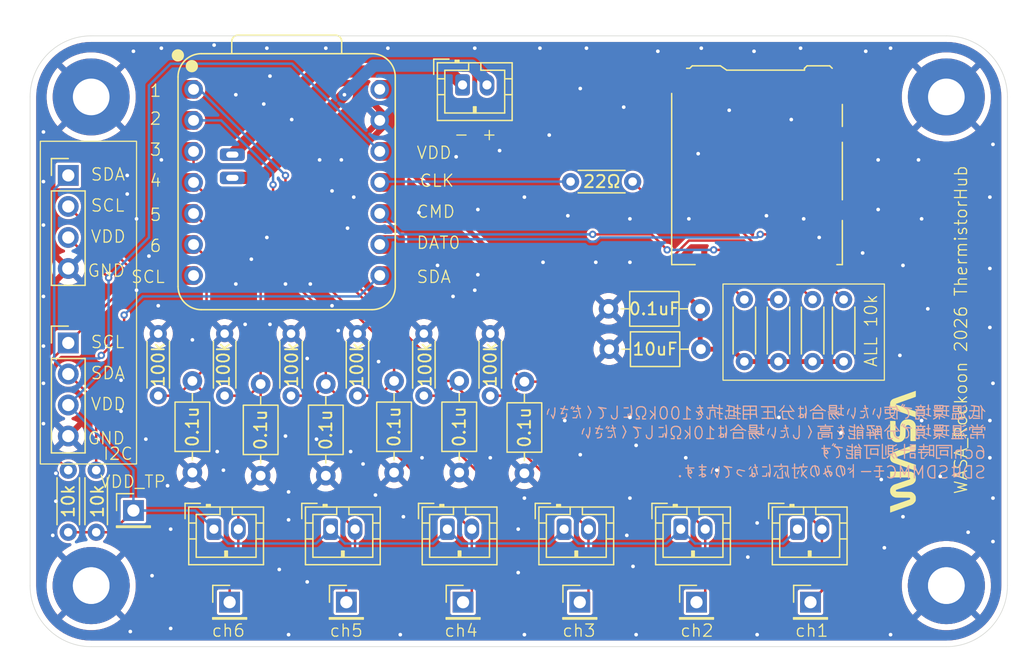
<source format=kicad_pcb>
(kicad_pcb (version 20241229) (generator "pcbnew") (generator_version "9.0")
  (layers (0 "F.Cu" signal) (2 "B.Cu" signal) (13 "F.Paste" user) (15 "B.Paste" user) (5 "F.SilkS" user "F.Silkscreen") (7 "B.SilkS" user "B.Silkscreen") (1 "F.Mask" user) (3 "B.Mask" user) (25 "Edge.Cuts" user))
  (net 0 "")
  (net 1 "VDD")
  (net 2 "/Thermistor/R_Thermistor6")
  (net 3 "Net-(A101-BAT-)")
  (net 4 "SDA")
  (net 5 "SCL")
  (net 6 "Net-(A101-BAT+)")
  (net 7 "/Thermistor/R_Thermistor5")
  (net 8 "/SD/CMD")
  (net 9 "/Thermistor/R_Thermistor4")
  (net 10 "/SD/DAT0")
  (net 11 "/Thermistor/R_Thermistor1")
  (net 12 "/Thermistor/R_Thermistor2")
  (net 13 "GND")
  (net 15 "/SD/CLK")
  (net 17 "/Thermistor/R_Thermistor3")
  (net 18 "Net-(J110-DAT3{slash}CD)")
  (net 20 "Net-(J110-DAT2)")
  (net 21 "Net-(J110-CLK)")
  (net 22 "Net-(J110-DAT1)")
  (footprint "Resistor_THT:R_Axial_DIN0204_L3.6mm_D1.6mm_P5.08mm_Horizontal" (layer "F.Cu") (at 166.594 105.664 90)
    (property "Reference" "R111" (hide yes))
    (property "Value" "10k")
  )
  (footprint "Capacitor_THT:C_Axial_L3.8mm_D2.6mm_P7.50mm_Horizontal" (layer "F.Cu") (at 124.206 115.002 90)
    (property "Reference" "C106" (hide yes))
    (property "Value" "0.1u")
  )
  (footprint "Connector_JST:JST_PH_B2B-PH-K_1x02_P2.00mm_Vertical" (layer "F.Cu") (at 124.599399 119.38)
    (property "Reference" "J105" (hide yes))
    (property "Value" "Thermistor5")
  )
  (footprint "Connector_PinHeader_2.54mm:PinHeader_1x01_P2.54mm_Vertical" (layer "F.Cu") (at 163.878867 125.36)
    (property "Reference" "TP102" (hide yes))
    (property "Value" "TestPoint" (hide yes))
  )
  (footprint "Connector_JST:JST_PH_B2B-PH-K_1x02_P2.00mm_Vertical" (layer "F.Cu") (at 162.814 119.38)
    (property "Reference" "J102" (hide yes))
    (property "Value" "Thermistor1")
  )
  (footprint "Resistor_THT:R_Axial_DIN0204_L3.6mm_D1.6mm_P5.08mm_Horizontal" (layer "F.Cu") (at 161.26 105.664 90)
    (property "Reference" "R110" (hide yes))
    (property "Value" "10k")
  )
  (footprint "" (layer "F.Cu") (at 175 84)
    (property "Reference" "")
    (property "Value" "")
  )
  (footprint "" (layer "F.Cu") (at 105 124)
    (property "Reference" "")
    (property "Value" "")
  )
  (footprint "Connector_JST:JST_PH_B2B-PH-K_1x02_P2.00mm_Vertical" (layer "F.Cu") (at 135.398 83.016)
    (property "Reference" "J101" (hide yes))
    (property "Value" "Battery")
  )
  (footprint "Connector_JST:JST_PH_B2B-PH-K_1x02_P2.00mm_Vertical" (layer "F.Cu") (at 153.262199 119.38)
    (property "Reference" "J104" (hide yes))
    (property "Value" "Thermistor2")
  )
  (footprint "Capacitor_THT:C_Axial_L3.8mm_D2.6mm_P7.50mm_Horizontal" (layer "F.Cu") (at 118.872 115.002 90)
    (property "Reference" "C102" (hide yes))
    (property "Value" "0.1u")
  )
  (footprint "Connector_JST:JST_PH_B2B-PH-K_1x02_P2.00mm_Vertical" (layer "F.Cu") (at 143.707932 119.38)
    (property "Reference" "J106" (hide yes))
    (property "Value" "Thermistor3")
  )
  (footprint "" (layer "F.Cu") (at 175 124)
    (property "Reference" "")
    (property "Value" "")
  )
  (footprint "Connector_PinHeader_2.54mm:PinHeader_1x01_P2.54mm_Vertical" (layer "F.Cu") (at 135.440533 125.36)
    (property "Reference" "TP112" (hide yes))
    (property "Value" "TestPoint" (hide yes))
  )
  (footprint "Capacitor_THT:C_Axial_L3.8mm_D2.6mm_P7.50mm_Horizontal" (layer "F.Cu") (at 113.284 114.748 90)
    (property "Reference" "C104" (hide yes))
    (property "Value" "0.1u")
  )
  (footprint "Resistor_THT:R_Axial_DIN0204_L3.6mm_D1.6mm_P5.08mm_Horizontal" (layer "F.Cu") (at 126.7968 108.458 90)
    (property "Reference" "R105" (hide yes))
    (property "Value" "100k")
  )
  (footprint "Resistor_THT:R_Axial_DIN0204_L3.6mm_D1.6mm_P5.08mm_Horizontal" (layer "F.Cu") (at 121.3612 108.458 90)
    (property "Reference" "R106" (hide yes))
    (property "Value" "100k")
  )
  (footprint "Connector_PinHeader_2.54mm:PinHeader_1x01_P2.54mm_Vertical" (layer "F.Cu") (at 144.9948 125.36)
    (property "Reference" "TP110" (hide yes))
    (property "Value" "TestPoint" (hide yes))
  )
  (footprint "Capacitor_THT:C_Axial_L3.8mm_D2.6mm_P7.50mm_Horizontal" (layer "F.Cu") (at 140.462 114.808 90)
    (property "Reference" "C101" (hide yes))
    (property "Value" "0.1u")
  )
  (footprint "Connector_PinHeader_2.54mm:PinHeader_1x01_P2.54mm_Vertical" (layer "F.Cu") (at 125.886267 125.36)
    (property "Reference" "TP104" (hide yes))
    (property "Value" "TestPoint" (hide yes))
  )
  (footprint "Capacitor_THT:C_Axial_L3.8mm_D2.6mm_P7.50mm_Horizontal" (layer "F.Cu") (at 135.128 114.748 90)
    (property "Reference" "C103" (hide yes))
    (property "Value" "0.1u")
  )
  (footprint "Resistor_THT:R_Axial_DIN0204_L3.6mm_D1.6mm_P5.08mm_Horizontal" (layer "F.Cu") (at 115.9256 108.458 90)
    (property "Reference" "R102" (hide yes))
    (property "Value" "100k")
  )
  (footprint "Resistor_THT:R_Axial_DIN0204_L3.6mm_D1.6mm_P5.08mm_Horizontal" (layer "F.Cu") (at 158.466 105.664 90)
    (property "Reference" "R107" (hide yes))
    (property "Value" "10k")
  )
  (footprint "Connector_JST:JST_PH_B2B-PH-K_1x02_P2.00mm_Vertical" (layer "F.Cu") (at 134.153666 119.38)
    (property "Reference" "J109" (hide yes))
    (property "Value" "Thermistor4")
  )
  (footprint "" (layer "F.Cu") (at 105 84)
    (property "Reference" "")
    (property "Value" "")
  )
  (footprint "" (layer "F.Cu") (at 175 124)
    (property "Reference" "")
    (property "Value" "")
  )
  (footprint "Resistor_THT:R_Axial_DIN0204_L3.6mm_D1.6mm_P5.08mm_Horizontal" (layer "F.Cu") (at 110.49 108.458 90)
    (property "Reference" "R104" (hide yes))
    (property "Value" "100k")
  )
  (footprint "Resistor_THT:R_Axial_DIN0204_L3.6mm_D1.6mm_P5.08mm_Horizontal" (layer "F.Cu") (at 105.41 119.634 90)
    (property "Reference" "R112" (hide yes))
    (property "Value" "10k")
  )
  (footprint "Resistor_THT:R_Axial_DIN0204_L3.6mm_D1.6mm_P5.08mm_Horizontal" (layer "F.Cu") (at 103.124 119.634 90)
    (property "Reference" "R113" (hide yes))
    (property "Value" "10k")
  )
  (footprint "Connector_PinHeader_2.54mm:PinHeader_1x04_P2.54mm_Vertical" (layer "F.Cu") (at 103.124 104.14)
    (property "Reference" "J112" (hide yes))
    (property "Value" "GVDC")
  )
  (footprint "Capacitor_THT:C_Axial_L3.8mm_D2.6mm_P7.50mm_Horizontal" (layer "F.Cu") (at 147.35 101.346)
    (property "Reference" "C108" (hide yes))
    (property "Value" "0.1uF")
  )
  (footprint "Resistor_THT:R_Axial_DIN0204_L3.6mm_D1.6mm_P5.08mm_Horizontal" (layer "F.Cu") (at 164.054 105.664 90)
    (property "Reference" "R108" (hide yes))
    (property "Value" "10k")
  )
  (footprint "Resistor_THT:R_Axial_DIN0204_L3.6mm_D1.6mm_P5.08mm_Horizontal" (layer "F.Cu") (at 137.668 108.458 90)
    (property "Reference" "R101" (hide yes))
    (property "Value" "100k")
  )
  (footprint "Capacitor_THT:C_Axial_L3.8mm_D2.6mm_P7.50mm_Horizontal" (layer "F.Cu") (at 129.794 114.748 90)
    (property "Reference" "C105" (hide yes))
    (property "Value" "0.1u")
  )
  (footprint "Capacitor_THT:C_Axial_L3.8mm_D2.6mm_P7.50mm_Horizontal" (layer "F.Cu") (at 147.41 104.648)
    (property "Reference" "C107" (hide yes))
    (property "Value" "10uF")
  )
  (footprint "Connector_PinHeader_2.54mm:PinHeader_1x01_P2.54mm_Vertical" (layer "F.Cu") (at 154.549066 125.36)
    (property "Reference" "TP106" (hide yes))
    (property "Value" "TestPoint" (hide yes))
  )
  (footprint "Connector_JST:JST_PH_B2B-PH-K_1x02_P2.00mm_Vertical" (layer "F.Cu") (at 115.045133 119.38)
    (property "Reference" "J108" (hide yes))
    (property "Value" "Thermistor6")
  )
  (footprint "Library:XIAO-ESP32S3-DIP" (layer "F.Cu") (at 121 91)
    (property "Reference" "A101" (hide yes))
    (property "Value" "~")
  )
  (footprint "Resistor_THT:R_Axial_DIN0204_L3.6mm_D1.6mm_P5.08mm_Horizontal" (layer "F.Cu") (at 144.242 90.932)
    (property "Reference" "R109" (hide yes))
    (property "Value" "22Ω")
  )
  (footprint "Connector_PinHeader_2.54mm:PinHeader_1x01_P2.54mm_Vertical" (layer "F.Cu") (at 108.458 117.856)
    (property "Reference" "TP101" (hide yes))
    (property "Value" "TestPoint")
  )
  (footprint "Library:wasa_10mm" (layer "F.Cu") (at 171.45 113.03 90)
    (property "Reference" "G***" (hide yes))
    (property "Value" "LOGO" (hide yes))
  )
  (footprint "Connector_PinHeader_2.54mm:PinHeader_1x01_P2.54mm_Vertical" (layer "F.Cu") (at 116.332 125.36)
    (property "Reference" "TP108" (hide yes))
    (property "Value" "TestPoint" (hide yes))
  )
  (footprint "Connector_PinHeader_2.54mm:PinHeader_1x04_P2.54mm_Vertical" (layer "F.Cu") (at 103.124 90.424)
    (property "Reference" "J111" (hide yes))
    (property "Value" "GVCD")
  )
  (footprint "Resistor_THT:R_Axial_DIN0204_L3.6mm_D1.6mm_P5.08mm_Horizontal" (layer "F.Cu") (at 132.2324 108.458 90)
    (property "Reference" "R103" (hide yes))
    (property "Value" "100k")
  )
  (footprint "" (layer "F.Cu") (at 105 124)
    (property "Reference" "")
    (property "Value" "")
  )
  (footprint "Connector_Card:microSD_HC_Hirose_DM3AT-SF-PEJM5" (layer "F.Cu") (at 159.512 89.841 180)
    (property "Reference" "J110" (hide yes))
    (property "Value" "Micro_SD_Card_Det_Hirose_DM3AT")
  )
  (gr_rect (start 156.718 99.314) (end 169.926 107.188) (stroke (width 0.1)) (fill no) (layer "F.SilkS"))
  (gr_rect (start 100.838 87.63) (end 108.712 114.046) (stroke (width 0.1)) (fill no) (layer "F.SilkS"))
  (gr_line (start 180 124) (end 180 84) (stroke (width 0.05)) (layer "Edge.Cuts"))
  (gr_line (start 175 79) (end 105 79) (stroke (width 0.05)) (layer "Edge.Cuts"))
  (gr_line (start 105 129) (end 175 129) (stroke (width 0.05)) (layer "Edge.Cuts"))
  (gr_line (start 100 84) (end 100 124) (stroke (width 0.05)) (layer "Edge.Cuts"))
  (gr_arc (start 105 129) (mid 101.464466 127.535534) (end 100 124) (stroke (width 0.05)) (layer "Edge.Cuts"))
  (gr_arc (start 175 79) (mid 178.535534 80.464466) (end 180 84) (stroke (width 0.05)) (layer "Edge.Cuts"))
  (gr_arc (start 180 124) (mid 178.535534 127.535534) (end 175 129) (stroke (width 0.05)) (layer "Edge.Cuts"))
  (gr_arc (start 100 84) (mid 101.464466 80.464466) (end 105 79) (stroke (width 0.05)) (layer "Edge.Cuts"))
  (gr_text "ch3" (at 143.51 128.27 0) (layer "F.SilkS") (effects (font (size 1 1) (thickness 0.1)) (justify left bottom)))
  (gr_text "1" (at 109.728 84.074 0) (layer "F.SilkS") (effects (font (size 1 1) (thickness 0.1)) (justify left bottom)))
  (gr_text "ch6" (at 114.808 128.27 0) (layer "F.SilkS") (effects (font (size 1 1) (thickness 0.1)) (justify left bottom)))
  (gr_text "CLK" (at 131.826 91.44 0) (layer "F.SilkS") (effects (font (size 1 1) (thickness 0.1)) (justify left bottom)))
  (gr_text "3" (at 109.728 88.9 0) (layer "F.SilkS") (effects (font (size 1 1) (thickness 0.1)) (justify left bottom)))
  (gr_text "DAT0" (at 131.572 96.52 0) (layer "F.SilkS") (effects (font (size 1 1) (thickness 0.1)) (justify left bottom)))
  (gr_text "SDA" (at 104.902 90.932 0) (layer "F.SilkS") (effects (font (size 1 1) (thickness 0.1)) (justify left bottom)))
  (gr_text "VDD" (at 104.902 96.012 0) (layer "F.SilkS") (effects (font (size 1 1) (thickness 0.1)) (justify left bottom)))
  (gr_text "ch5" (at 124.46 128.27 0) (layer "F.SilkS") (effects (font (size 1 1) (thickness 0.1)) (justify left bottom)))
  (gr_text "SCL" (at 104.902 93.472 0) (layer "F.SilkS") (effects (font (size 1 1) (thickness 0.1)) (justify left bottom)))
  (gr_text "-" (at 134.62 87.63 0) (layer "F.SilkS") (effects (font (size 1 1) (thickness 0.1)) (justify left bottom)))
  (gr_text "SDA" (at 104.902 107.188 0) (layer "F.SilkS") (effects (font (size 1 1) (thickness 0.1)) (justify left bottom)))
  (gr_text "+" (at 136.906 87.63 0) (layer "F.SilkS") (effects (font (size 1 1) (thickness 0.1)) (justify left bottom)))
  (gr_text "6" (at 109.728 96.774 0) (layer "F.SilkS") (effects (font (size 1 1) (thickness 0.1)) (justify left bottom)))
  (gr_text "4" (at 109.728 91.44 0) (layer "F.SilkS") (effects (font (size 1 1) (thickness 0.1)) (justify left bottom)))
  (gr_text "GND" (at 104.648 98.806 0) (layer "F.SilkS") (effects (font (size 1 1) (thickness 0.1)) (justify left bottom)))
  (gr_text "GND" (at 104.648 112.522 0) (layer "F.SilkS") (effects (font (size 1 1) (thickness 0.1)) (justify left bottom)))
  (gr_text "ch4" (at 133.858 128.27 0) (layer "F.SilkS") (effects (font (size 1 1) (thickness 0.1)) (justify left bottom)))
  (gr_text "5" (at 109.728 94.234 0) (layer "F.SilkS") (effects (font (size 1 1) (thickness 0.1)) (justify left bottom)))
  (gr_text "WASA_Rockoon 2026 ThermistorHub" (at 176.784 116.586 90) (layer "F.SilkS") (effects (font (size 1 1) (thickness 0.1)) (justify left bottom)))
  (gr_text "2" (at 109.728 86.36 0) (layer "F.SilkS") (effects (font (size 1 1) (thickness 0.1)) (justify left bottom)))
  (gr_text "CMD" (at 131.572 93.98 0) (layer "F.SilkS") (effects (font (size 1 1) (thickness 0.1)) (justify left bottom)))
  (gr_text "ALL 10k" (at 169.418 106.172 90) (layer "F.SilkS") (effects (font (size 1 1) (thickness 0.1)) (justify left bottom)))
  (gr_text "VDD" (at 104.902 109.728 0) (layer "F.SilkS") (effects (font (size 1 1) (thickness 0.1)) (justify left bottom)))
  (gr_text "ch2" (at 153.162 128.27 0) (layer "F.SilkS") (effects (font (size 1 1) (thickness 0.1)) (justify left bottom)))
  (gr_text "VDD_TP" (at 105.664 116.078 0) (layer "F.SilkS") (effects (font (size 1 1) (thickness 0.1)) (justify left bottom)))
  (gr_text "ch1\n" (at 162.56 128.27 0) (layer "F.SilkS") (effects (font (size 1 1) (thickness 0.1)) (justify left bottom)))
  (gr_text "SDA" (at 131.572 99.314 0) (layer "F.SilkS") (effects (font (size 1 1) (thickness 0.1)) (justify left bottom)))
  (gr_text "SCL" (at 104.902 104.648 0) (layer "F.SilkS") (effects (font (size 1 1) (thickness 0.1)) (justify left bottom)))
  (gr_text "VDD" (at 131.572 89.154 0) (layer "F.SilkS") (effects (font (size 1 1) (thickness 0.1)) (justify left bottom)))
  (gr_text "SCL" (at 108.204 99.314 0) (layer "F.SilkS") (effects (font (size 1 1) (thickness 0.1)) (justify left bottom)))
  (gr_text "I2C" (at 105.918 113.792 0) (layer "F.SilkS") (effects (font (size 1 1) (thickness 0.1)) (justify left bottom)))
  (gr_text "低温環境で使いたい場合は分圧用抵抗を100kΩにしてください\n常温環境で分解能を高くしたい場合は10kΩにしてください\n6ch同時計測可能です\nSDはSDMMCモードのみの対応になっています．\n" (at 178.308 115.316 0) (layer "B.SilkS") (effects (font (size 1 1) (thickness 0.1)) (justify left bottom mirror)))
  (segment (start 157.45 104.648) (end 158.466 105.664) (width 0.4) (layer "F.Cu") (net 1))
  (segment (start 154.91 104.648) (end 157.45 104.648) (width 0.4) (layer "F.Cu") (net 1))
  (segment (start 164.054 105.664) (end 166.594 105.664) (width 0.4) (layer "F.Cu") (net 1))
  (segment (start 106.68 119.634) (end 103.124 119.634) (width 0.2) (layer "F.Cu") (net 1))
  (segment (start 152.564 99.06) (end 154.85 101.346) (width 0.4) (layer "F.Cu") (net 1))
  (segment (start 150.622 99.06) (end 153.924 95.758) (width 0.2) (layer "F.Cu") (net 1))
  (segment (start 140.055 99.06) (end 129.455 88.46) (width 0.4) (layer "F.Cu") (net 1))
  (segment (start 108.458 117.856) (end 106.68 119.634) (width 0.2) (layer "F.Cu") (net 1))
  (segment (start 158.4369 95.758) (end 159.0919 96.413) (width 0.2) (layer "F.Cu") (net 1))
  (segment (start 153.924 95.758) (end 158.4369 95.758) (width 0.2) (layer "F.Cu") (net 1))
  (segment (start 160.037 97.114) (end 160.037 97.566) (width 0.2) (layer "F.Cu") (net 1))
  (segment (start 159.0919 96.413) (end 159.336 96.413) (width 0.2) (layer "F.Cu") (net 1))
  (segment (start 150.622 99.06) (end 140.055 99.06) (width 0.4) (layer "F.Cu") (net 1))
  (segment (start 161.26 105.664) (end 164.054 105.664) (width 0.4) (layer "F.Cu") (net 1))
  (segment (start 154.85 104.588) (end 154.91 104.648) (width 0.4) (layer "F.Cu") (net 1))
  (segment (start 105.41 119.634) (end 105.664 119.634) (width 0.2) (layer "F.Cu") (net 1))
  (segment (start 159.336 96.413) (end 160.037 97.114) (width 0.2) (layer "F.Cu") (net 1))
  (segment (start 150.622 99.06) (end 152.564 99.06) (width 0.4) (layer "F.Cu") (net 1))
  (segment (start 103.124 95.504) (end 106.426 98.806) (width 0.2) (layer "F.Cu") (net 1))
  (segment (start 154.85 101.346) (end 154.85 104.588) (width 0.4) (layer "F.Cu") (net 1))
  (segment (start 158.466 105.664) (end 161.26 105.664) (width 0.4) (layer "F.Cu") (net 1))
  (via (at 106.426 98.806) (size 0.6) (drill 0.3) (layers "F.Cu" "B.Cu") (net 1))
  (segment (start 135.329666 120.556) (end 142.531932 120.556) (width 0.2) (layer "B.Cu") (net 1))
  (segment (start 123.423399 120.556) (end 124.599399 119.38) (width 0.2) (layer "B.Cu") (net 1))
  (segment (start 142.531932 120.556) (end 143.707932 119.38) (width 0.2) (layer "B.Cu") (net 1))
  (segment (start 106.426 98.806) (end 109.728 95.504) (width 0.2) (layer "B.Cu") (net 1))
  (segment (start 103.124 109.22) (end 108.458 114.554) (width 0.2) (layer "B.Cu") (net 1))
  (segment (start 153.262199 119.38) (end 154.438199 120.556) (width 0.2) (layer "B.Cu") (net 1))
  (segment (start 144.883932 120.556) (end 152.086199 120.556) (width 0.2) (layer "B.Cu") (net 1))
  (segment (start 152.086199 120.556) (end 153.262199 119.38) (width 0.2) (layer "B.Cu") (net 1))
  (segment (start 121.44 81.28) (end 128.62 88.46) (width 0.2) (layer "B.Cu") (net 1))
  (segment (start 108.458 114.554) (end 108.458 117.856) (width 0.2) (layer "B.Cu") (net 1))
  (segment (start 154.438199 120.556) (end 161.638 120.556) (width 0.2) (layer "B.Cu") (net 1))
  (segment (start 132.977666 120.556) (end 134.153666 119.38) (width 0.2) (layer "B.Cu") (net 1))
  (segment (start 113.521133 117.856) (end 115.045133 119.38) (width 0.2) (layer "B.Cu") (net 1))
  (segment (start 106.426 98.806) (end 106.426 105.918) (width 0.2) (layer "B.Cu") (net 1))
  (segment (start 161.638 120.556) (end 162.814 119.38) (width 0.2) (layer "B.Cu") (net 1))
  (segment (start 116.221133 120.556) (end 123.423399 120.556) (width 0.2) (layer "B.Cu") (net 1))
  (segment (start 106.426 105.918) (end 103.124 109.22) (width 0.2) (layer "B.Cu") (net 1))
  (segment (start 109.728 83.058) (end 111.506 81.28) (width 0.2) (layer "B.Cu") (net 1))
  (segment (start 124.599399 119.38) (end 125.775399 120.556) (width 0.2) (layer "B.Cu") (net 1))
  (segment (start 108.458 117.856) (end 113.521133 117.856) (width 0.2) (layer "B.Cu") (net 1))
  (segment (start 143.707932 119.38) (end 144.883932 120.556) (width 0.2) (layer "B.Cu") (net 1))
  (segment (start 115.045133 119.38) (end 116.221133 120.556) (width 0.2) (layer "B.Cu") (net 1))
  (segment (start 109.728 95.504) (end 109.728 83.058) (width 0.2) (layer "B.Cu") (net 1))
  (segment (start 111.506 81.28) (end 121.44 81.28) (width 0.2) (layer "B.Cu") (net 1))
  (segment (start 134.153666 119.38) (end 135.329666 120.556) (width 0.2) (layer "B.Cu") (net 1))
  (segment (start 125.775399 120.556) (end 132.977666 120.556) (width 0.2) (layer "B.Cu") (net 1))
  (segment (start 117.045133 111.009133) (end 113.284 107.248) (width 0.2) (layer "F.Cu") (net 2))
  (segment (start 113.284 107.248) (end 114.443 106.089) (width 0.2) (layer "F.Cu") (net 2))
  (segment (start 117.045133 121.617133) (end 117.045133 119.38) (width 0.2) (layer "F.Cu") (net 2))
  (segment (start 117.045133 119.38) (end 117.045133 111.009133) (width 0.2) (layer "F.Cu") (net 2))
  (segment (start 112.074 108.458) (end 113.284 107.248) (width 0.2) (layer "F.Cu") (net 2))
  (segment (start 116.332 125.36) (end 116.332 122.428) (width 0.2) (layer "F.Cu") (net 2))
  (segment (start 114.443 97.143) (end 113.38 96.08) (width 0.2) (layer "F.Cu") (net 2))
  (segment (start 117.094 121.666) (end 117.045133 121.617133) (width 0.2) (layer "F.Cu") (net 2))
  (segment (start 114.443 106.089) (end 114.443 97.143) (width 0.2) (layer "F.Cu") (net 2))
  (segment (start 116.332 122.428) (end 117.094 121.666) (width 0.2) (layer "F.Cu") (net 2))
  (segment (start 110.49 108.458) (end 112.074 108.458) (width 0.2) (layer "F.Cu") (net 2))
  (segment (start 123.359542 81.917) (end 134.299 81.917) (width 1) (layer "F.Cu") (net 3))
  (segment (start 116.553987 88.722555) (end 123.359542 81.917) (width 1) (layer "F.Cu") (net 3))
  (segment (start 134.299 81.917) (end 135.398 83.016) (width 1) (layer "F.Cu") (net 3))
  (segment (start 107.696 103.286) (end 107.696 101.854) (width 0.2) (layer "F.Cu") (net 4))
  (segment (start 105.41 114.554) (end 105.41 108.966) (width 0.2) (layer "F.Cu") (net 4))
  (segment (start 105.41 108.966) (end 103.124 106.68) (width 0.2) (layer "F.Cu") (net 4))
  (segment (start 105.826 105.156) (end 107.696 103.286) (width 0.2) (layer "F.Cu") (net 4))
  (via (at 107.696 101.854) (size 0.6) (drill 0.3) (layers "F.Cu" "B.Cu") (net 4))
  (via (at 105.826 105.156) (size 0.6) (drill 0.3) (layers "F.Cu" "B.Cu") (net 4))
  (segment (start 101.973 105.529) (end 101.973 91.575) (width 0.2) (layer "B.Cu") (net 4))
  (segment (start 104.394 105.41) (end 105.664 105.41) (width 0.2) (layer "B.Cu") (net 4))
  (segment (start 103.124 106.68) (end 101.973 105.529) (width 0.2) (layer "B.Cu") (net 4))
  (segment (start 101.973 91.575) (end 103.124 90.424) (width 0.2) (layer "B.Cu") (net 4))
  (segment (start 126.91 100.33) (end 128.62 98.62) (width 0.2) (layer "B.Cu") (net 4))
  (segment (start 107.696 101.854) (end 109.22 100.33) (width 0.2) (layer "B.Cu") (net 4))
  (segment (start 109.22 100.33) (end 126.91 100.33) (width 0.2) (layer "B.Cu") (net 4))
  (segment (start 103.124 106.68) (end 104.394 105.41) (width 0.2) (layer "B.Cu") (net 4))
  (segment (start 105.664 105.41) (end 105.826 105.248) (width 0.2) (layer "B.Cu") (net 4))
  (segment (start 105.826 105.248) (end 105.826 105.156) (width 0.2) (layer "B.Cu") (net 4))
  (segment (start 108.78 98.62) (end 103.124 92.964) (width 0.2) (layer "F.Cu") (net 5))
  (segment (start 108.644 98.62) (end 103.124 104.14) (width 0.2) (layer "F.Cu") (net 5))
  (segment (start 113.38 98.62) (end 108.78 98.62) (width 0.2) (layer "F.Cu") (net 5))
  (segment (start 101.643 113.073) (end 101.643 105.621) (width 0.2) (layer "F.Cu") (net 5))
  (segment (start 101.643 105.621) (end 103.124 104.14) (width 0.2) (layer "F.Cu") (net 5))
  (segment (start 103.124 114.554) (end 101.643 113.073) (width 0.2) (layer "F.Cu") (net 5))
  (segment (start 113.38 98.62) (end 108.644 98.62) (width 0.2) (layer "F.Cu") (net 5))
  (segment (start 118.922445 90.627555) (end 125.73 83.82) (width 1) (layer "F.Cu") (net 6))
  (segment (start 116.553987 90.627555) (end 118.922445 90.627555) (width 1) (layer "F.Cu") (net 6))
  (via (at 125.73 83.82) (size 0.6) (drill 0.3) (layers "F.Cu" "B.Cu") (net 6))
  (segment (start 125.73 83.82) (end 128.11 81.44) (width 1) (layer "B.Cu") (net 6))
  (segment (start 128.11 81.44) (end 136.148844 81.44) (width 1) (layer "B.Cu") (net 6))
  (segment (start 136.148844 81.44) (end 137.398 82.689156) (width 1) (layer "B.Cu") (net 6))
  (segment (start 137.398 82.689156) (end 137.398 83.016) (width 1) (layer "B.Cu") (net 6))
  (segment (start 126.599399 121.812601) (end 126.599399 119.38) (width 0.2) (layer "F.Cu") (net 7))
  (segment (start 118.872 111.652601) (end 118.872 107.502) (width 0.2) (layer "F.Cu") (net 7))
  (segment (start 118.872 99.032) (end 113.38 93.54) (width 0.2) (layer "F.Cu") (net 7))
  (segment (start 125.886267 125.36) (end 125.886267 122.525733) (width 0.2) (layer "F.Cu") (net 7))
  (segment (start 117.916 108.458) (end 118.872 107.502) (width 0.2) (layer "F.Cu") (net 7))
  (segment (start 125.886267 122.525733) (end 126.599399 121.812601) (width 0.2) (layer "F.Cu") (net 7))
  (segment (start 115.9256 108.458) (end 117.916 108.458) (width 0.2) (layer "F.Cu") (net 7))
  (segment (start 118.872 107.502) (end 118.872 99.032) (width 0.2) (layer "F.Cu") (net 7))
  (segment (start 126.599399 119.38) (end 118.872 111.652601) (width 0.2) (layer "F.Cu") (net 7))
  (segment (start 163.038 99.568) (end 160.274 99.568) (width 0.2) (layer "F.Cu") (net 8))
  (segment (start 164.054 100.584) (end 163.038 99.568) (width 0.2) (layer "F.Cu") (net 8))
  (segment (start 158.937 97.566) (end 158.937 98.231) (width 0.2) (layer "F.Cu") (net 8))
  (segment (start 152.146 96.52) (end 150.876 95.25) (width 0.2) (layer "F.Cu") (net 8))
  (segment (start 158.937 97.114) (end 158.937 97.566) (width 0.2) (layer "F.Cu") (net 8))
  (segment (start 158.343 96.52) (end 158.937 97.114) (width 0.2) (layer "F.Cu") (net 8))
  (segment (start 158.937 98.231) (end 160.274 99.568) (width 0.2) (layer "F.Cu") (net 8))
  (segment (start 155.956 96.52) (end 158.343 96.52) (width 0.2) (layer "F.Cu") (net 8))
  (segment (start 150.876 95.25) (end 146.05 95.25) (width 0.2) (layer "F.Cu") (net 8))
  (via (at 155.956 96.52) (size 0.6) (drill 0.3) (layers "F.Cu" "B.Cu") (net 8))
  (via (at 146.05 95.25) (size 0.6) (drill 0.3) (layers "F.Cu" "B.Cu") (net 8))
  (via (at 152.146 96.52) (size 0.6) (drill 0.3) (layers "F.Cu" "B.Cu") (net 8))
  (segment (start 130.33 95.25) (end 146.05 95.25) (width 0.2) (layer "B.Cu") (net 8))
  (segment (start 152.146 96.52) (end 155.956 96.52) (width 0.2) (layer "B.Cu") (net 8))
  (segment (start 128.62 93.54) (end 130.33 95.25) (width 0.2) (layer "B.Cu") (net 8))
  (segment (start 124.206 107.502) (end 136.084 119.38) (width 0.2) (layer "F.Cu") (net 9))
  (segment (start 136.153666 119.38) (end 136.153666 124.646867) (width 0.2) (layer "F.Cu") (net 9))
  (segment (start 136.084 119.38) (end 136.153666 119.38) (width 0.2) (layer "F.Cu") (net 9))
  (segment (start 121.3612 108.458) (end 123.25 108.458) (width 0.2) (layer "F.Cu") (net 9))
  (segment (start 136.153666 124.646867) (end 135.440533 125.36) (width 0.2) (layer "F.Cu") (net 9))
  (segment (start 123.25 108.458) (end 124.206 107.502) (width 0.2) (layer "F.Cu") (net 9))
  (segment (start 124.206 107.502) (end 124.206 101.826) (width 0.2) (layer "F.Cu") (net 9))
  (segment (start 124.206 101.826) (end 113.38 91) (width 0.2) (layer "F.Cu") (net 9))
  (segment (start 163.337 97.114) (end 161.473 95.25) (width 0.2) (layer "F.Cu") (net 10))
  (segment (start 161.473 95.25) (end 159.766 95.25) (width 0.2) (layer "F.Cu") (net 10))
  (segment (start 163.337 97.566) (end 163.337 97.114) (width 0.2) (layer "F.Cu") (net 10))
  (via (at 159.766 95.25) (size 0.6) (drill 0.3) (layers "F.Cu" "B.Cu") (net 10))
  (segment (start 146.298943 95.851) (end 145.801057 95.851) (width 0.2) (layer "B.Cu") (net 10))
  (segment (start 159.512 95.504) (end 146.645943 95.504) (width 0.2) (layer "B.Cu") (net 10))
  (segment (start 159.766 95.25) (end 159.512 95.504) (width 0.2) (layer "B.Cu") (net 10))
  (segment (start 130.1639 95.651) (end 130.0169 95.504) (width 0.2) (layer "B.Cu") (net 10))
  (segment (start 146.645943 95.504) (end 146.298943 95.851) (width 0.2) (layer "B.Cu") (net 10))
  (segment (start 145.601057 95.651) (end 130.1639 95.651) (width 0.2) (layer "B.Cu") (net 10))
  (segment (start 145.801057 95.851) (end 145.601057 95.651) (width 0.2) (layer "B.Cu") (net 10))
  (segment (start 129.196 95.504) (end 128.62 96.08) (width 0.2) (layer "B.Cu") (net 10))
  (segment (start 130.0169 95.504) (end 129.196 95.504) (width 0.2) (layer "B.Cu") (net 10))
  (segment (start 164.814 124.424867) (end 163.878867 125.36) (width 0.2) (layer "F.Cu") (net 11))
  (segment (start 120.904 93.579) (end 120.904 90.424) (width 0.2) (layer "F.Cu") (net 11))
  (segment (start 164.814 119.38) (end 164.814 124.424867) (width 0.2) (layer "F.Cu") (net 11))
  (segment (start 132.081372 104.756372) (end 120.904 93.579) (width 0.2) (layer "F.Cu") (net 11))
  (segment (start 140.462 107.308) (end 152.742 107.308) (width 0.2) (layer "F.Cu") (net 11))
  (segment (start 139.312 108.458) (end 140.462 107.308) (width 0.2) (layer "F.Cu") (net 11))
  (segment (start 152.742 107.308) (end 164.814 119.38) (width 0.2) (layer "F.Cu") (net 11))
  (segment (start 137.910372 104.756372) (end 132.081372 104.756372) (width 0.2) (layer "F.Cu") (net 11))
  (segment (start 137.668 108.458) (end 139.312 108.458) (width 0.2) (layer "F.Cu") (net 11))
  (segment (start 140.462 107.308) (end 137.910372 104.756372) (width 0.2) (layer "F.Cu") (net 11))
  (via (at 120.904 90.424) (size 0.6) (drill 0.3) (layers "F.Cu" "B.Cu") (net 11))
  (segment (start 120.904 90.424) (end 113.86 83.38) (width 0.2) (layer "B.Cu") (net 11))
  (segment (start 113.86 83.38) (end 113.38 83.38) (width 0.2) (layer "B.Cu") (net 11))
  (segment (start 145.41505 118.204) (end 154.086199 118.204) (width 0.2) (layer "F.Cu") (net 12))
  (segment (start 133.99663 107.248) (end 119.888 93.13937) (width 0.2) (layer "F.Cu") (net 12))
  (segment (start 155.262199 124.646867) (end 154.549066 125.36) (width 0.2) (layer "F.Cu") (net 12))
  (segment (start 119.888 93.13937) (end 119.888 91.186) (width 0.2) (layer "F.Cu") (net 12))
  (segment (start 155.262199 119.38) (end 155.262199 124.646867) (width 0.2) (layer "F.Cu") (net 12))
  (segment (start 135.128 107.248) (end 135.128 107.91695) (width 0.2) (layer "F.Cu") (net 12))
  (segment (start 154.086199 118.204) (end 155.262199 119.38) (width 0.2) (layer "F.Cu") (net 12))
  (segment (start 135.128 107.248) (end 133.99663 107.248) (width 0.2) (layer "F.Cu") (net 12))
  (segment (start 135.128 107.91695) (end 145.41505 118.204) (width 0.2) (layer "F.Cu") (net 12))
  (segment (start 134.172 108.204) (end 134.112 108.204) (width 0.2) (layer "F.Cu") (net 12))
  (segment (start 135.128 107.248) (end 134.172 108.204) (width 0.2) (layer "F.Cu") (net 12))
  (segment (start 134.112 108.204) (end 133.858 108.458) (width 0.2) (layer "F.Cu") (net 12))
  (segment (start 133.858 108.458) (end 132.2324 108.458) (width 0.2) (layer "F.Cu") (net 12))
  (via (at 119.888 91.186) (size 0.6) (drill 0.3) (layers "F.Cu" "B.Cu") (net 12))
  (segment (start 119.888 91.186) (end 119.888 90.17) (width 0.2) (layer "B.Cu") (net 12))
  (segment (start 119.888 90.17) (end 115.638 85.92) (width 0.2) (layer "B.Cu") (net 12))
  (segment (start 115.638 85.92) (end 113.38 85.92) (width 0.2) (layer "B.Cu") (net 12))
  (via (at 149.098 110.236) (size 0.5) (drill 0.3) (layers "F.Cu" "B.Cu") (net 13))
  (via (at 118.11 97.282) (size 0.5) (drill 0.3) (layers "F.Cu" "B.Cu") (net 13))
  (via (at 119.634 82.296) (size 0.5) (drill 0.3) (layers "F.Cu" "B.Cu") (net 13))
  (via (at 178.816 107.442) (size 0.5) (drill 0.3) (layers "F.Cu" "B.Cu") (net 13))
  (via (at 130.556 118.364) (size 0.5) (drill 0.3) (layers "F.Cu" "B.Cu") (net 13))
  (via (at 149.098 93.98) (size 0.5) (drill 0.3) (layers "F.Cu" "B.Cu") (net 13))
  (via (at 107.442 109.728) (size 0.5) (drill 0.3) (layers "F.Cu" "B.Cu") (net 13))
  (via (at 169.672 115.316) (size 0.5) (drill 0.3) (layers "F.Cu" "B.Cu") (net 13))
  (via (at 121.158 116.332) (size 0.5) (drill 0.3) (layers "F.Cu" "B.Cu") (net 13))
  (via (at 149.098 97.536) (size 0.5) (drill 0.3) (layers "F.Cu" "B.Cu") (net 13))
  (via (at 108.712 93.98) (size 0.5) (drill 0.3) (layers "F.Cu" "B.Cu") (net 13))
  (via (at 137.668 113.538) (size 0.5) (drill 0.3) (layers "F.Cu" "B.Cu") (net 13))
  (via (at 149.606 112.522) (size 0.5) (drill 0.3) (layers "F.Cu" "B.Cu") (net 13))
  (via (at 140.462 92.202) (size 0.5) (drill 0.3) (layers "F.Cu" "B.Cu") (net 13))
  (via (at 121.158 118.618) (size 0.5) (drill 0.3) (layers "F.Cu" "B.Cu") (net 13))
  (via (at 169.418 93.218) (size 0.5) (drill 0.3) (layers "F.Cu" "B.Cu") (net 13))
  (via (at 166.37 111.506) (size 0.5) (drill 0.3) (layers "F.Cu" "B.Cu") (net 13))
  (via (at 101.092 90.932) (size 0.5) (drill 0.3) (layers "F.Cu" "B.Cu") (net 13))
  (via (at 171.196 105.156) (size 0.5) (drill 0.3) (layers "F.Cu" "B.Cu") (net 13))
  (via (at 110.744 80.01) (size 0.5) (drill 0.3) (layers "F.Cu" "B.Cu") (net 13))
  (via (at 172.974 93.98) (size 0.5) (drill 0.3) (layers "F.Cu" "B.Cu") (net 13))
  (via (at 101.092 100.33) (size 0.5) (drill 0.3) (layers "F.Cu" "B.Cu") (net 13))
  (via (at 101.092 94.488) (size 0.5) (drill 0.3) (layers "F.Cu" "B.Cu") (net 13))
  (via (at 143.764 110.49) (size 0.5) (drill 0.3) (layers "F.Cu" "B.Cu") (net 13))
  (via (at 101.092 104.394) (size 0.5) (drill 0.3) (layers "F.Cu" "B.Cu") (net 13))
  (via (at 178.562 110.49) (size 0.5) (drill 0.3) (layers "F.Cu" "B.Cu") (net 13))
  (via (at 151.384 80.264) (size 0.5) (drill 0.3) (layers "F.Cu" "B.Cu") (net 13))
  (via (at 126.238 113.03) (size 0.5) (drill 0.3) (layers "F.Cu" "B.Cu") (net 13))
  (via (at 113.284 103.886) (size 0.5) (drill 0.3) (layers "F.Cu" "B.Cu") (net 13))
  (via (at 111.506 119.38) (size 0.5) (drill 0.3) (layers "F.Cu" "B.Cu") (net 13))
  (via (at 178.816 87.884) (size 0.5) (drill 0.3) (layers "F.Cu" "B.Cu") (net 13))
  (via (at 149.098 116.84) (size 0.5) (drill 0.3) (layers "F.Cu" "B.Cu") (net 13))
  (via (at 132.08 113.538) (size 0.5) (drill 0.3) (layers "F.Cu" "B.Cu") (net 13))
  (via (at 109.474 112.014) (size 0.5) (drill 0.3) (layers "F.Cu" "B.Cu") (net 13))
  (via (at 142.494 87.122) (size 0.5) (drill 0.3) (layers "F.Cu" "B.Cu") (net 13))
  (via (at 158.75 121.666) (size 0.5) (drill 0.3) (layers "F.Cu" "B.Cu") (net 13))
  (via (at 125.476 89.154) (size 0.5) (drill 0.3) (layers "F.Cu" "B.Cu") (net 13))
  (via (at 168.402 80.264) (size 0.5) (drill 0.3) (layers "F.Cu" "B.Cu") (net 13))
  (via (at 136.398 99.822) (size 0.5) (drill 0.3) (layers "F.Cu" "B.Cu") (net 13))
  (via (at 170.434 128.016) (size 0.5) (drill 0.3) (layers "F.Cu" "B.Cu") (net 13))
  (via (at 101.092 107.442) (size 0.5) (drill 0.3) (layers "F.Cu" "B.Cu") (net 13))
  (via (at 127.254 114.046) (size 0.5) (drill 0.3) (layers "F.Cu" "B.Cu") (net 13))
  (via (at 148.59 84.836) (size 0.5) (drill 0.3) (layers "F.Cu" "B.Cu") (net 13))
  (via (at 140.462 116.84) (size 0.5) (drill 0.3) (layers "F.Cu" "B.Cu") (net 13))
  (via (at 129.286 80.01) (size 0.5) (drill 0.3) (layers "F.Cu" "B.Cu") (net 13))
  (via (at 156.21 114.554) (size 0.5) (drill 0.3) (layers "F.Cu" "B.Cu") (net 13))
  (via (at 145.034 113.284) (size 0.5) (drill 0.3) (layers "F.Cu" "B.Cu") (net 13))
  (via (at 178.562 102.87) (size 0.5) (drill 0.3) (layers "F.Cu" "B.Cu") (net 13))
  (via (at 102.108 117.094) (size 0.5) (drill 0.3) (layers "F.Cu" "B.Cu") (net 13))
  (via (at 111.506 127.508) (size 0.5) (drill 0.3) (layers "F.Cu" "B.Cu") (net 13))
  (via (at 174.498 115.062) (size 0.5) (drill 0.3) (layers "F.Cu" "B.Cu") (net 13))
  (via (at 178.816 120.396) (size 0.5) (drill 0.3) (layers "F.Cu" "B.Cu") (net 13))
  (via (at 116.84 83.82) (size 0.5) (drill 0.3) (layers "F.Cu" "B.Cu") (net 13))
  (via (at 116.84 99.314) (size 0.5) (drill 0.3) (layers "F.Cu" "B.Cu") (net 13))
  (via (at 117.602 102.616) (size 0.5) (drill 0.3) (layers "F.Cu" "B.Cu") (net 13))
  (via (at 163.322 93.98) (size 0.5) (drill 0.3) (layers "F.Cu" "B.Cu") (net 13))
  (via (at 119.634 102.616) (size 0.5) (drill 0.3) (layers "F.Cu" "B.Cu") (net 13))
  (via (at 130.302 128.016) (size 0.5) (drill 0.3) (layers "F.Cu" "B.Cu") (net 13))
  (via (at 124.714 91.694) (size 0.5) (drill 0.3) (layers "F.Cu" "B.Cu") (net 13))
  (via (at 171.45 118.364) (size 0.5) (drill 0.3) (layers "F.Cu" "B.Cu") (net 13))
  (via (at 128.524 105.664) (size 0.5) (drill 0.3) (layers "F.Cu" "B.Cu") (net 13))
  (via (at 139.954 122.936) (size 0.5) (drill 0.3) (layers "F.Cu" "B.Cu") (net 13))
  (via (at 119.126 84.582) (size 0.5) (drill 0.3) (layers "F.Cu" "B.Cu") (net 13))
  (via (at 176.784 119.634) (size 0.5) (drill 0.3) (layers "F.Cu" "B.Cu") (net 13))
  (via (at 136.398 80.01) (size 0.5) (drill 0.3) (layers "F.Cu" "B.Cu") (net 13))
  (via (at 160.274 93.726) (size 0.5) (drill 0.3) (layers "F.Cu" "B.Cu") (net 13))
  (via (at 141.732 80.01) (size 0.5) (drill 0.3) (layers "F.Cu" "B.Cu") (net 13))
  (via (at 149.606 128.016) (size 0.5) (drill 0.3) (layers "F.Cu" "B.Cu") (net 13))
  (via (at 134.874 88.9) (size 0.5) (drill 0.3) (layers "F.Cu" "B.Cu") (net 13))
  (via (at 141.986 97.536) (size 0.5) (drill 0.3) (layers "F.Cu" "B.Cu") (net 13))
  (via (at 172.72 89.154) (size 0.5) (drill 0.3) (layers "F.Cu" "B.Cu") (net 13))
  (via (at 139.954 119.38) (size 0.5) (drill 0.3) (layers "F.Cu" "B.Cu") (net 13))
  (via (at 153.924 93.98) (size 0.5) (drill 0.3) (layers "F.Cu" "B.Cu") (net 13))
  (via (at 101.854 119.888) (size 0.5) (drill 0.3) (layers "F.Cu" "B.Cu") (net 13))
  (via (at 157.226 85.09) (size 0.5) (drill 0.3) (layers "F.Cu" "B.Cu") (net 13))
  (via (at 159.512 128.016) (size 0.5) (drill 0.3) (layers "F.Cu" "B.Cu") (net 13))
  (via (at 171.45 97.79) (size 0.5) (drill 0.3) (layers "F.Cu" "B.Cu") (net 13))
  (via (at 136.652 93.218) (size 0.5) (drill 0.3) (layers "F.Cu" "B.Cu") (net 13))
  (via (at 101.092 86.868) (size 0.5) (drill 0.3) (layers "F.Cu" "B.Cu") (net 13))
  (via (at 131.826 93.472) (size 0.5) (drill 0.3) (layers "F.Cu" "B.Cu") (net 13))
  (via (at 101.092 110.744) (size 0.5) (drill 0.3) (layers "F.Cu" "B.Cu") (net 13))
  (via (at 120.396 122.682) (size 0.5) (drill 0.3) (layers "F.Cu" "B.Cu") (net 13))
  (via (at 134.62 100.33) (size 0.5) (drill 0.3) (layers "F.Cu" "B.Cu") (net 13))
  (via (at 120.904 111.76) (size 0.5) (drill 0.3) (layers "F.Cu" "B.Cu") (net 13))
  (via (at 119.38 95.504) (size 0.5) (drill 0.3) (layers "F.Cu" "B.Cu") (net 13))
  (via (at 146.304 97.536) (size 0.5) (drill 0.3) (layers "F.Cu" "B.Cu") (net 13))
  (via (at 136.652 98.552) (size 0.5) (drill 0.3) (layers "F.Cu" "B.Cu") (net 13))
  (via (at 110.744 89.154) (size 0.5) (drill 0.3) (layers "F.Cu" "B.Cu") (net 13))
  (via (at 144.018 93.726) (size 0.5) (drill 0.3) (layers "F.Cu" "B.Cu") (net 13))
  (via (at 111.252 115.824) (size 0.5) (drill 0.3) (layers "F.Cu" "B.Cu") (net 13))
  (via (at 163.068 80.01) (size 0.5) (drill 0.3) (layers "F.Cu" "B.Cu") (net 13))
  (via (at 128.27 116.586) (size 0.5) (drill 0.3) (layers "F.Cu" "B.Cu") (net 13))
  (via (at 178.562 92.202) (size 0.5) (drill 0.3) (layers "F.Cu" "B.Cu") (net 13))
  (via (at 162.306 85.852) (size 0.5) (drill 0.3) (layers "F.Cu" "B.Cu") (net 13))
  (via (at 120.904 99.314) (size 0.5) (drill 0.3) (layers "F.Cu" "B.Cu") (net 13))
  (via (at 115.824 114.554) (size 0.5) (drill 0.3) (layers "F.Cu" "B.Cu") (net 13))
  (via (at 122.682 105.41) (size 0.5) (drill 0.3) (layers "F.Cu" "B.Cu") (net 13))
  (via (at 109.982 123.19) (size 0.5) (drill 0.3) (layers "F.Cu" "B.Cu") (net 13))
  (via (at 107.95 91.948) (size 0.5) (drill 0.3) (layers "F.Cu" "B.Cu") (net 13))
  (via (at 149.352 122.428) (size 0.5) (drill 0.3) (layers "F.Cu" "B.Cu") (net 13))
  (via (at 108.712 99.822) (size 0.5) (drill 0.3) (layers "F.Cu" "B.Cu") (net 13))
  (via (at 125.984 94.742) (size 0.5) (drill 0.3) (layers "F.Cu" "B.Cu") (net 13))
  (via (at 153.67 113.538) (size 0.5) (drill 0.3) (layers "F.Cu" "B.Cu") (net 13))
  (via (at 121.412 85.852) (size 0.5) (drill 0.3) (layers "F.Cu" "B.Cu") (net 13))
  (via (at 138.43 88.392) (size 0.5) (drill 0.3) (layers "F.Cu" "B.Cu") (net 13))
  (via (at 145.034 83.312) (size 0.5) (drill 0.3) (layers "F.Cu" "B.Cu") (net 13))
  (via (at 123.698 89.154) (size 0.5) (drill 0.3) (layers "F.Cu" "B.Cu") (net 13))
  (via (at 173.482 101.346) (size 0.5) (drill 0.3) (layers "F.Cu" "B.Cu") (net 13))
  (via (at 108.204 127.762) (size 0.5) (drill 0.3) (layers "F.Cu" "B.Cu") (net 13))
  (via (at 109.728 97.028) (size 0.5) (drill 0.3) (layers "F.Cu" "B.Cu") (net 13))
  (via (at 169.418 89.154) (size 0.5) (drill 0.3) (layers "F.Cu" "B.Cu") (net 13))
  (via (at 122.682 123.698) (size 0.5) (drill 0.3) (layers "F.Cu" "B.Cu") (net 13))
  (via (at 172.974 110.49) (size 0.5) (drill 0.3) (layers "F.Cu" "B.Cu") (net 13))
  (via (at 125.222 103.124) (size 0.5) (drill 0.3) (layers "F.Cu" "B.Cu") (net 13))
  (via (at 178.816 116.84) (size 0.5) (drill 0.3) (layers "F.Cu" "B.Cu") (net 13))
  (via (at 102.108 114.808) (size 0.5) (drill 0.3) (layers "F.Cu" "B.Cu") (net 13))
  (via (at 145.542 80.01) (size 0.5) (drill 0.3) (layers "F.Cu" "B.Cu") (net 13))
  (via (at 154.94 80.01) (size 0.5) (drill 0.3) (layers "F.Cu" "B.Cu") (net 13))
  (via (at 110.49 101.092) (size 0.5) (drill 0.3) (layers "F.Cu" "B.Cu") (net 13))
  (via (at 161.29 110.236) (size 0.5) (drill 0.3) (layers "F.Cu" "B.Cu") (net 13))
  (via (at 107.442 107.188) (size 0.5) (drill 0.3) (layers "F.Cu" "B.Cu") (net 13))
  (via (at 122.936 99.314) (size 0.5) (drill 0.3) (layers "F.Cu" "B.Cu") (net 13))
  (via (at 124.714 101.092) (size 0.5) (drill 0.3) (layers "F.Cu" "B.Cu") (net 13))
  (via (at 154.686 88.646) (size 0.5) (drill 0.3) (layers "F.Cu" "B.Cu") (net 13))
  (via (at 140.462 128.016) (size 0.5) (drill 0.3) (layers "F.Cu" "B.Cu") (net 13))
  (via (at 170.434 80.01) (size 0.5) (drill 0.3) (layers "F.Cu" "B.Cu") (net 13))
  (via (at 159.512 118.872) (size 0.5) (drill 0.3) (layers "F.Cu" "B.Cu") (net 13))
  (via (at 119.38 80.01) (size 0.5) (drill 0.3) (layers "F.Cu" "B.Cu") (net 13))
  (via (at 178.562 113.538) (size 0.5) (drill 0.3) (layers "F.Cu" "B.Cu") (net 13))
  (via (at 169.926 120.904) (size 0.5) (drill 0.3) (layers "F.Cu" "B.Cu") (net 13))
  (via (at 108.458 80.264) (size 0.5) (drill 0.3) (layers "F.Cu" "B.Cu") (net 13))
  (via (at 121.158 128.016) (size 0.5) (drill 0.3) (layers "F.Cu" "B.Cu") (net 13))
  (via (at 159.258 80.264) (size 0.5) (drill 0.3) (layers "F.Cu" "B.Cu") (net 13))
  (via (at 115.316 113.03) (size 0.5) (drill 0.3) (layers "F.Cu" "B.Cu") (net 13))
  (via (at 107.95 90.424) (size 0.5) (drill 0.3) (layers "F.Cu" "B.Cu") (net 13))
  (via (at 168.148 96.774) (size 0.5) (drill 0.3) (layers "F.Cu" "B.Cu") (net 13))
  (via (at 148.844 119.888) (size 0.5) (drill 0.3) (layers "F.Cu" "B.Cu") (net 13))
  (via (at 164.592 95.504) (size 0.5) (drill 0.3) (layers "F.Cu" "B.Cu") (net 13))
  (via (at 133.35 97.79) (size 0.5) (drill 0.3) (layers "F.Cu" "B.Cu") (net 13))
  (via (at 123.444 112.014) (size 0.5) (drill 0.3) (layers "F.Cu" "B.Cu") (net 13))
  (via (at 124.206 80.01) (size 0.5) (drill 0.3) (layers "F.Cu" "B.Cu") (net 13))
  (via (at 115.062 79.756) (size 0.5) (drill 0.3) (layers "F.Cu" "B.Cu") (net 13))
  (via (at 178.562 98.044) (size 0.5) (drill 0.3) (layers "F.Cu" "B.Cu") (net 13))
  (via (at 126.492 92.202) (size 0.5) (drill 0.3) (layers "F.Cu" "B.Cu") (net 13))
  (segment (start 144.242 90.932) (end 128.688 90.932) (width 0.2) (layer "B.Cu") (net 15))
  (segment (start 128.688 90.932) (end 128.62 91) (width 0.2) (layer "B.Cu") (net 15))
  (segment (start 126.7968 108.458) (end 128.584 108.458) (width 0.2) (layer "F.Cu") (net 17))
  (segment (start 128.584 108.458) (end 129.794 107.248) (width 0.2) (layer "F.Cu") (net 17))
  (segment (start 129.794 104.959572) (end 116.270983 91.436555) (width 0.2) (layer "F.Cu") (net 17))
  (segment (start 129.794 107.248) (end 129.794 107.85695) (width 0.2) (layer "F.Cu") (net 17))
  (segment (start 145.707932 124.646868) (end 144.9948 125.36) (width 0.2) (layer "F.Cu") (net 17))
  (segment (start 115.319865 91.436555) (end 113.38 89.49669) (width 0.2) (layer "F.Cu") (net 17))
  (segment (start 144.531932 118.204) (end 145.707932 119.38) (width 0.2) (layer "F.Cu") (net 17))
  (segment (start 116.270983 91.436555) (end 115.319865 91.436555) (width 0.2) (layer "F.Cu") (net 17))
  (segment (start 129.794 107.248) (end 129.794 104.959572) (width 0.2) (layer "F.Cu") (net 17))
  (segment (start 129.794 107.85695) (end 140.14105 118.204) (width 0.2) (layer "F.Cu") (net 17))
  (segment (start 140.14105 118.204) (end 144.531932 118.204) (width 0.2) (layer "F.Cu") (net 17))
  (segment (start 113.38 89.49669) (end 113.38 88.46) (width 0.2) (layer "F.Cu") (net 17))
  (segment (start 145.707932 119.38) (end 145.707932 124.646868) (width 0.2) (layer "F.Cu") (net 17))
  (segment (start 157.837 98.150949) (end 157.837 97.566) (width 0.2) (layer "F.Cu") (net 18))
  (segment (start 161.26 100.584) (end 160.270051 100.584) (width 0.2) (layer "F.Cu") (net 18))
  (segment (start 160.270051 100.584) (end 157.837 98.150949) (width 0.2) (layer "F.Cu") (net 18))
  (segment (start 158.466 100.584) (end 156.737 98.855) (width 0.2) (layer "F.Cu") (net 20))
  (segment (start 156.737 98.855) (end 156.737 97.566) (width 0.2) (layer "F.Cu") (net 20))
  (segment (start 150.338 91.948) (end 155.194 91.948) (width 0.2) (layer "F.Cu") (net 21))
  (segment (start 155.194 91.948) (end 159.258 96.012) (width 0.2) (layer "F.Cu") (net 21))
  (segment (start 149.322 90.932) (end 150.338 91.948) (width 0.2) (layer "F.Cu") (net 21))
  (segment (start 160.035 96.012) (end 161.137 97.114) (width 0.2) (layer "F.Cu") (net 21))
  (segment (start 159.258 96.012) (end 160.035 96.012) (width 0.2) (layer "F.Cu") (net 21))
  (segment (start 161.137 97.114) (end 161.137 97.566) (width 0.2) (layer "F.Cu") (net 21))
  (segment (start 164.437 98.427) (end 164.437 97.566) (width 0.2) (layer "F.Cu") (net 22))
  (segment (start 166.594 100.584) (end 164.437 98.427) (width 0.2) (layer "F.Cu") (net 22))
  (zone (net 13) (net_name "GND") (layers "F.Cu" "B.Cu") (name "GND") (connect_pads (clearance 0)) (min_thickness 0.25) (fill yes (thermal_gap 0.5) (thermal_bridge_width 0.5))
    (polygon (pts (xy 98.806 76.454) (xy 181.356 76.454) (xy 181.102 131.064) (xy 97.536 129.794)))
  )
)
</source>
